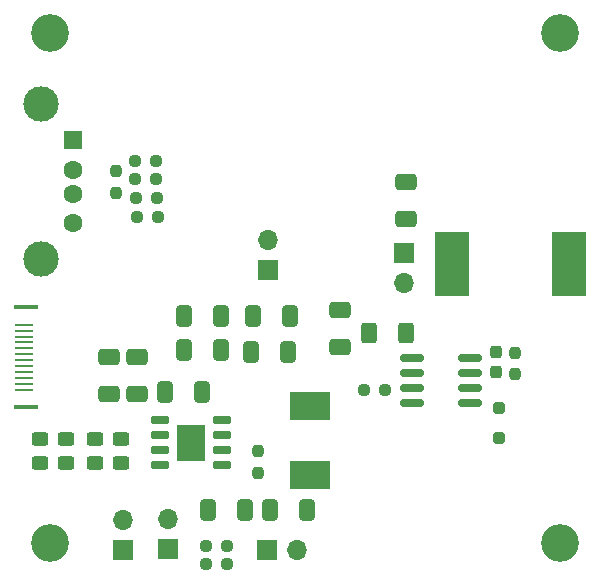
<source format=gbr>
%TF.GenerationSoftware,KiCad,Pcbnew,7.0.9*%
%TF.CreationDate,2024-01-24T01:25:47+03:00*%
%TF.ProjectId,PowerBank,506f7765-7242-4616-9e6b-2e6b69636164,rev?*%
%TF.SameCoordinates,Original*%
%TF.FileFunction,Soldermask,Top*%
%TF.FilePolarity,Negative*%
%FSLAX46Y46*%
G04 Gerber Fmt 4.6, Leading zero omitted, Abs format (unit mm)*
G04 Created by KiCad (PCBNEW 7.0.9) date 2024-01-24 01:25:47*
%MOMM*%
%LPD*%
G01*
G04 APERTURE LIST*
G04 Aperture macros list*
%AMRoundRect*
0 Rectangle with rounded corners*
0 $1 Rounding radius*
0 $2 $3 $4 $5 $6 $7 $8 $9 X,Y pos of 4 corners*
0 Add a 4 corners polygon primitive as box body*
4,1,4,$2,$3,$4,$5,$6,$7,$8,$9,$2,$3,0*
0 Add four circle primitives for the rounded corners*
1,1,$1+$1,$2,$3*
1,1,$1+$1,$4,$5*
1,1,$1+$1,$6,$7*
1,1,$1+$1,$8,$9*
0 Add four rect primitives between the rounded corners*
20,1,$1+$1,$2,$3,$4,$5,0*
20,1,$1+$1,$4,$5,$6,$7,0*
20,1,$1+$1,$6,$7,$8,$9,0*
20,1,$1+$1,$8,$9,$2,$3,0*%
G04 Aperture macros list end*
%ADD10RoundRect,0.250000X-0.412500X-0.650000X0.412500X-0.650000X0.412500X0.650000X-0.412500X0.650000X0*%
%ADD11RoundRect,0.237500X-0.250000X-0.237500X0.250000X-0.237500X0.250000X0.237500X-0.250000X0.237500X0*%
%ADD12C,3.200000*%
%ADD13R,1.600000X0.180000*%
%ADD14R,2.000000X0.300000*%
%ADD15RoundRect,0.250000X0.450000X-0.325000X0.450000X0.325000X-0.450000X0.325000X-0.450000X-0.325000X0*%
%ADD16RoundRect,0.250000X0.400000X0.625000X-0.400000X0.625000X-0.400000X-0.625000X0.400000X-0.625000X0*%
%ADD17RoundRect,0.250000X0.650000X-0.412500X0.650000X0.412500X-0.650000X0.412500X-0.650000X-0.412500X0*%
%ADD18R,1.700000X1.700000*%
%ADD19O,1.700000X1.700000*%
%ADD20RoundRect,0.250000X0.412500X0.650000X-0.412500X0.650000X-0.412500X-0.650000X0.412500X-0.650000X0*%
%ADD21RoundRect,0.237500X0.250000X0.237500X-0.250000X0.237500X-0.250000X-0.237500X0.250000X-0.237500X0*%
%ADD22RoundRect,0.150000X0.825000X0.150000X-0.825000X0.150000X-0.825000X-0.150000X0.825000X-0.150000X0*%
%ADD23RoundRect,0.237500X-0.237500X0.250000X-0.237500X-0.250000X0.237500X-0.250000X0.237500X0.250000X0*%
%ADD24RoundRect,0.237500X0.237500X-0.250000X0.237500X0.250000X-0.237500X0.250000X-0.237500X-0.250000X0*%
%ADD25R,2.900000X5.400000*%
%ADD26RoundRect,0.250000X-0.450000X0.325000X-0.450000X-0.325000X0.450000X-0.325000X0.450000X0.325000X0*%
%ADD27R,3.429000X2.413000*%
%ADD28RoundRect,0.237500X0.237500X-0.300000X0.237500X0.300000X-0.237500X0.300000X-0.237500X-0.300000X0*%
%ADD29RoundRect,0.150000X-0.650000X-0.150000X0.650000X-0.150000X0.650000X0.150000X-0.650000X0.150000X0*%
%ADD30R,2.410000X3.100000*%
%ADD31R,1.500000X1.600000*%
%ADD32C,1.600000*%
%ADD33C,3.000000*%
%ADD34RoundRect,0.250000X-0.250000X0.250000X-0.250000X-0.250000X0.250000X-0.250000X0.250000X0.250000X0*%
G04 APERTURE END LIST*
D10*
%TO.C,C4*%
X49600000Y-44200000D03*
X52725000Y-44200000D03*
%TD*%
D11*
%TO.C,R10*%
X39600000Y-31000000D03*
X41425000Y-31000000D03*
%TD*%
D12*
%TO.C,REF\u002A\u002A*%
X32400000Y-63400000D03*
%TD*%
D13*
%TO.C,X1*%
X30200000Y-44900000D03*
X30200000Y-45400000D03*
X30200000Y-45900000D03*
X30200000Y-46400000D03*
X30200000Y-46900000D03*
X30200000Y-47400000D03*
X30200000Y-47900000D03*
X30200000Y-48400000D03*
X30200000Y-48900000D03*
X30200000Y-49400000D03*
X30200000Y-49900000D03*
X30200000Y-50400000D03*
D14*
X30400000Y-51900000D03*
X30400000Y-43400000D03*
%TD*%
D12*
%TO.C,REF\u002A\u002A*%
X75600000Y-63400000D03*
%TD*%
D10*
%TO.C,C6*%
X51037500Y-60600000D03*
X54162500Y-60600000D03*
%TD*%
D15*
%TO.C,VD1*%
X36200000Y-56650000D03*
X36200000Y-54600000D03*
%TD*%
D16*
%TO.C,R5*%
X62550000Y-45600000D03*
X59450000Y-45600000D03*
%TD*%
D17*
%TO.C,C12*%
X39800000Y-50800000D03*
X39800000Y-47675000D03*
%TD*%
D10*
%TO.C,C8*%
X42200000Y-50600000D03*
X45325000Y-50600000D03*
%TD*%
D18*
%TO.C,J6*%
X50900000Y-40275000D03*
D19*
X50900000Y-37735000D03*
%TD*%
D20*
%TO.C,C2*%
X46925000Y-47000000D03*
X43800000Y-47000000D03*
%TD*%
D21*
%TO.C,R2*%
X47425000Y-63600000D03*
X45600000Y-63600000D03*
%TD*%
D22*
%TO.C,U2*%
X68000000Y-51505000D03*
X68000000Y-50235000D03*
X68000000Y-48965000D03*
X68000000Y-47695000D03*
X63050000Y-47695000D03*
X63050000Y-48965000D03*
X63050000Y-50235000D03*
X63050000Y-51505000D03*
%TD*%
D17*
%TO.C,C10*%
X57000000Y-46762500D03*
X57000000Y-43637500D03*
%TD*%
D12*
%TO.C,REF\u002A\u002A*%
X75600000Y-20200000D03*
%TD*%
D23*
%TO.C,R3*%
X50000000Y-55600000D03*
X50000000Y-57425000D03*
%TD*%
D17*
%TO.C,C11*%
X62600000Y-35962500D03*
X62600000Y-32837500D03*
%TD*%
D10*
%TO.C,C3*%
X49437500Y-47200000D03*
X52562500Y-47200000D03*
%TD*%
D24*
%TO.C,R6*%
X71800000Y-49112500D03*
X71800000Y-47287500D03*
%TD*%
D18*
%TO.C,J3*%
X62400000Y-38860000D03*
D19*
X62400000Y-41400000D03*
%TD*%
D20*
%TO.C,C5*%
X46925000Y-44200000D03*
X43800000Y-44200000D03*
%TD*%
D18*
%TO.C,J4*%
X38600000Y-64000000D03*
D19*
X38600000Y-61460000D03*
%TD*%
D20*
%TO.C,C7*%
X48925000Y-60600000D03*
X45800000Y-60600000D03*
%TD*%
D25*
%TO.C,L1*%
X76350000Y-39800000D03*
X66450000Y-39800000D03*
%TD*%
D26*
%TO.C,VD4*%
X31600000Y-54600000D03*
X31600000Y-56650000D03*
%TD*%
%TO.C,VD2*%
X38400000Y-54575000D03*
X38400000Y-56625000D03*
%TD*%
D21*
%TO.C,R1*%
X47425000Y-65200000D03*
X45600000Y-65200000D03*
%TD*%
D27*
%TO.C,L2*%
X54400000Y-51758000D03*
X54400000Y-57600000D03*
%TD*%
D15*
%TO.C,VD3*%
X33800000Y-56650000D03*
X33800000Y-54600000D03*
%TD*%
D21*
%TO.C,R8*%
X41512500Y-34200000D03*
X39687500Y-34200000D03*
%TD*%
D28*
%TO.C,C9*%
X70200000Y-48925000D03*
X70200000Y-47200000D03*
%TD*%
D29*
%TO.C,U1*%
X41705000Y-52995000D03*
X41705000Y-54265000D03*
X41705000Y-55535000D03*
X41705000Y-56805000D03*
X47005000Y-56805000D03*
X47005000Y-55535000D03*
X47005000Y-54265000D03*
X47005000Y-52995000D03*
D30*
X44355000Y-54900000D03*
%TD*%
D21*
%TO.C,R11*%
X41425000Y-32600000D03*
X39600000Y-32600000D03*
%TD*%
%TO.C,R4*%
X60825000Y-50400000D03*
X59000000Y-50400000D03*
%TD*%
D18*
%TO.C,J5*%
X42400000Y-63875000D03*
D19*
X42400000Y-61335000D03*
%TD*%
D23*
%TO.C,R9*%
X38000000Y-31887500D03*
X38000000Y-33712500D03*
%TD*%
D11*
%TO.C,R7*%
X39775000Y-35800000D03*
X41600000Y-35800000D03*
%TD*%
D17*
%TO.C,C1*%
X37400000Y-50800000D03*
X37400000Y-47675000D03*
%TD*%
D31*
%TO.C,J1*%
X34360000Y-29300000D03*
D32*
X34360000Y-31800000D03*
X34360000Y-33800000D03*
X34360000Y-36300000D03*
D33*
X31650000Y-26230000D03*
X31650000Y-39370000D03*
%TD*%
D34*
%TO.C,D1*%
X70400000Y-51950000D03*
X70400000Y-54450000D03*
%TD*%
D18*
%TO.C,J2*%
X50800000Y-64000000D03*
D19*
X53340000Y-64000000D03*
%TD*%
D12*
%TO.C,REF\u002A\u002A*%
X32400000Y-20200000D03*
%TD*%
M02*

</source>
